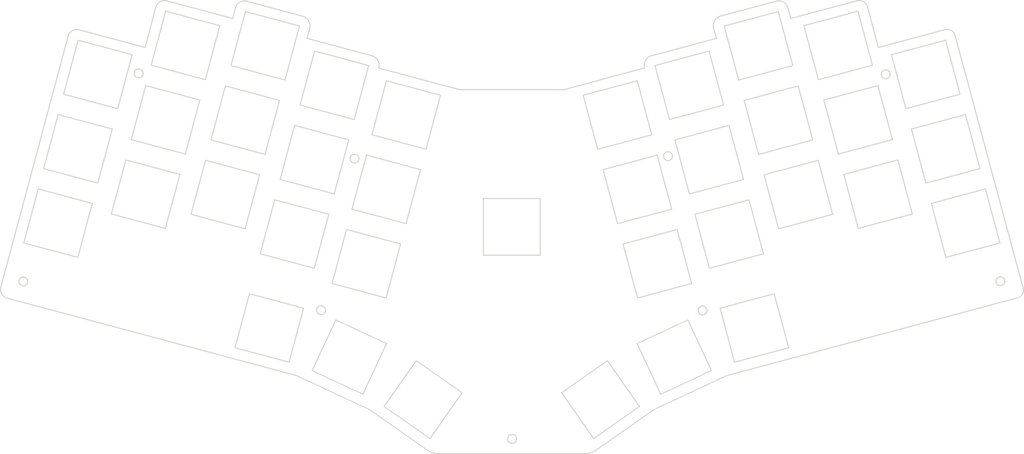
<source format=kicad_pcb>
(kicad_pcb (version 20171130) (host pcbnew "(5.1.10)-1")

  (general
    (thickness 1.6)
    (drawings 262)
    (tracks 0)
    (zones 0)
    (modules 0)
    (nets 1)
  )

  (page A4)
  (layers
    (0 F.Cu signal)
    (31 B.Cu signal)
    (32 B.Adhes user)
    (33 F.Adhes user)
    (34 B.Paste user)
    (35 F.Paste user)
    (36 B.SilkS user)
    (37 F.SilkS user)
    (38 B.Mask user)
    (39 F.Mask user)
    (40 Dwgs.User user)
    (41 Cmts.User user)
    (42 Eco1.User user)
    (43 Eco2.User user)
    (44 Edge.Cuts user)
    (45 Margin user)
    (46 B.CrtYd user)
    (47 F.CrtYd user)
    (48 B.Fab user)
    (49 F.Fab user)
  )

  (setup
    (last_trace_width 0.254)
    (trace_clearance 0.2)
    (zone_clearance 0.508)
    (zone_45_only no)
    (trace_min 0.2)
    (via_size 0.8)
    (via_drill 0.4)
    (via_min_size 0.4)
    (via_min_drill 0.3)
    (uvia_size 0.3)
    (uvia_drill 0.1)
    (uvias_allowed no)
    (uvia_min_size 0.2)
    (uvia_min_drill 0.1)
    (edge_width 0.05)
    (segment_width 0.2)
    (pcb_text_width 0.3)
    (pcb_text_size 1.5 1.5)
    (mod_edge_width 0.12)
    (mod_text_size 1 1)
    (mod_text_width 0.15)
    (pad_size 1.524 1.524)
    (pad_drill 0.762)
    (pad_to_mask_clearance 0)
    (aux_axis_origin 0 0)
    (visible_elements 7FFFFFFF)
    (pcbplotparams
      (layerselection 0x010fc_ffffffff)
      (usegerberextensions false)
      (usegerberattributes true)
      (usegerberadvancedattributes true)
      (creategerberjobfile true)
      (excludeedgelayer true)
      (linewidth 0.100000)
      (plotframeref false)
      (viasonmask false)
      (mode 1)
      (useauxorigin false)
      (hpglpennumber 1)
      (hpglpenspeed 20)
      (hpglpendiameter 15.000000)
      (psnegative false)
      (psa4output false)
      (plotreference true)
      (plotvalue true)
      (plotinvisibletext false)
      (padsonsilk false)
      (subtractmaskfromsilk false)
      (outputformat 1)
      (mirror false)
      (drillshape 0)
      (scaleselection 1)
      (outputdirectory "gerbers/"))
  )

  (net 0 "")

  (net_class Default "This is the default net class."
    (clearance 0.2)
    (trace_width 0.254)
    (via_dia 0.8)
    (via_drill 0.4)
    (uvia_dia 0.3)
    (uvia_drill 0.1)
  )

  (net_class Power ""
    (clearance 0.2)
    (trace_width 0.381)
    (via_dia 0.8)
    (via_drill 0.4)
    (uvia_dia 0.3)
    (uvia_drill 0.1)
  )

  (gr_line (start 97.60215 44.373502) (end 96.93174 46.7776) (layer Edge.Cuts) (width 0.25))
  (gr_line (start 62.409404 37.527019) (end 78.6285 41.87286) (layer Edge.Cuts) (width 0.25))
  (gr_line (start 35.044637 57.50656) (end 38.080382 46.180981) (layer Edge.Cuts) (width 0.25))
  (gr_curve (pts (xy 80.358345 37.859612) (xy 80.884409 37.552256) (xy 81.511538 37.468032) (xy 82.100055 37.625701)) (layer Edge.Cuts) (width 0.25))
  (gr_line (start 114.63808 54.11058) (end 134.505963 59.43188) (layer Edge.Cuts) (width 0.25))
  (gr_line (start 96.93174 46.7776) (end 112.917657 51.060369) (layer Edge.Cuts) (width 0.25))
  (gr_curve (pts (xy 112.917657 51.060369) (xy 113.554005 51.230853) (xy 114.094966 51.650264) (xy 114.418614 52.224072)) (layer Edge.Cuts) (width 0.25))
  (gr_line (start 40.721888 44.655995) (end 57.04104 49.02804) (layer Edge.Cuts) (width 0.25))
  (gr_curve (pts (xy 97.367189 42.477469) (xy 97.695473 43.052775) (xy 97.780074 43.735466) (xy 97.60215 44.373502)) (layer Edge.Cuts) (width 0.25))
  (gr_line (start 57.04104 49.02804) (end 59.652958 39.125647) (layer Edge.Cuts) (width 0.25))
  (gr_curve (pts (xy 79.299347 39.262036) (xy 79.450973 38.671933) (xy 79.832281 38.166969) (xy 80.358345 37.859612)) (layer Edge.Cuts) (width 0.25))
  (gr_line (start 78.6285 41.87286) (end 79.299347 39.262036) (layer Edge.Cuts) (width 0.25))
  (gr_curve (pts (xy 60.69918 37.753878) (xy 61.216423 37.453898) (xy 61.83184 37.372264) (xy 62.409404 37.527019)) (layer Edge.Cuts) (width 0.25))
  (gr_curve (pts (xy 95.854384 41.310608) (xy 96.494199 41.48202) (xy 97.038905 41.902164) (xy 97.367189 42.477469)) (layer Edge.Cuts) (width 0.25))
  (gr_curve (pts (xy 114.418614 52.224072) (xy 114.742261 52.797881) (xy 114.821359 53.477798) (xy 114.63808 54.11058)) (layer Edge.Cuts) (width 0.25))
  (gr_line (start 82.100055 37.625701) (end 95.854384 41.310608) (layer Edge.Cuts) (width 0.25))
  (gr_curve (pts (xy 59.652958 39.125647) (xy 59.805458 38.547484) (xy 60.181936 38.053859) (xy 60.69918 37.753878)) (layer Edge.Cuts) (width 0.25))
  (gr_curve (pts (xy 146.508372 145.202297) (xy 146.338225 145.613067) (xy 146.432274 146.085883) (xy 146.746664 146.400272)) (layer Edge.Cuts) (width 0.25))
  (gr_curve (pts (xy 254.221479 44.624424) (xy 255.301965 44.334907) (xy 256.412787 44.975172) (xy 256.703861 46.05524)) (layer Edge.Cuts) (width 0.25))
  (gr_line (start 235.149932 39.069674) (end 237.777277 49.03058) (layer Edge.Cuts) (width 0.25))
  (gr_line (start 194.454029 112.813575) (end 194.454029 112.813575) (layer Edge.Cuts) (width 0.25))
  (gr_curve (pts (xy 234.131755 37.734676) (xy 234.635134 38.026614) (xy 235.00152 38.507009) (xy 235.149932 39.069674)) (layer Edge.Cuts) (width 0.25))
  (gr_curve (pts (xy 240.381101 54.875592) (xy 240.174948 54.669438) (xy 239.895344 54.553623) (xy 239.603799 54.553623)) (layer Edge.Cuts) (width 0.25))
  (gr_curve (pts (xy 212.632471 37.599966) (xy 213.236385 37.43815) (xy 213.879901 37.523948) (xy 214.420323 37.838336)) (layer Edge.Cuts) (width 0.25))
  (gr_curve (pts (xy 240.70307 55.652894) (xy 240.70307 55.361349) (xy 240.587254 55.081745) (xy 240.381101 54.875592)) (layer Edge.Cuts) (width 0.25))
  (gr_curve (pts (xy 232.467374 37.513897) (xy 233.029457 37.36329) (xy 233.628376 37.442736) (xy 234.131755 37.734676)) (layer Edge.Cuts) (width 0.25))
  (gr_curve (pts (xy 180.149763 54.067398) (xy 179.974089 53.445165) (xy 180.055069 52.778485) (xy 180.374599 52.216403)) (layer Edge.Cuts) (width 0.25))
  (gr_line (start 239.603799 54.553623) (end 239.603799 54.553623) (layer Edge.Cuts) (width 0.25))
  (gr_curve (pts (xy 193.438435 113.492173) (xy 193.268289 113.902942) (xy 193.362338 114.375758) (xy 193.676727 114.690147)) (layer Edge.Cuts) (width 0.25))
  (gr_line (start 200.459605 129.998163) (end 182.542443 138.354763) (layer Edge.Cuts) (width 0.25))
  (gr_line (start 112.27588 138.352119) (end 94.35618 129.995519) (layer Edge.Cuts) (width 0.25))
  (gr_curve (pts (xy 148.301267 144.845668) (xy 148.095114 144.639515) (xy 147.81551 144.523699) (xy 147.523965 144.523699)) (layer Edge.Cuts) (width 0.25))
  (gr_line (start 180.149763 54.0674) (end 180.149763 54.067398) (layer Edge.Cuts) (width 0.25))
  (gr_curve (pts (xy 268.651042 105.945568) (xy 268.444889 105.739415) (xy 268.165284 105.623599) (xy 267.87374 105.623599)) (layer Edge.Cuts) (width 0.25))
  (gr_line (start 23.77466 99.596903) (end 35.044637 57.50656) (layer Edge.Cuts) (width 0.25))
  (gr_line (start 260.126739 58.75624) (end 270.78204 98.443743) (layer Edge.Cuts) (width 0.25))
  (gr_line (start 256.703861 46.05524) (end 260.126739 58.75624) (layer Edge.Cuts) (width 0.25))
  (gr_line (start 216.189825 41.8754) (end 232.467374 37.513897) (layer Edge.Cuts) (width 0.25))
  (gr_line (start 198.917287 41.274892) (end 212.632471 37.599966) (layer Edge.Cuts) (width 0.25))
  (gr_line (start 215.511259 39.274684) (end 216.189825 41.8754) (layer Edge.Cuts) (width 0.25))
  (gr_line (start 267.87374 105.623599) (end 267.87374 105.623599) (layer Edge.Cuts) (width 0.25))
  (gr_curve (pts (xy 147.944638 146.638564) (xy 148.355408 146.468418) (xy 148.623236 146.067584) (xy 148.623236 145.62297)) (layer Edge.Cuts) (width 0.25))
  (gr_curve (pts (xy 267.096437 107.500172) (xy 267.410826 107.814561) (xy 267.883643 107.90861) (xy 268.294413 107.738464)) (layer Edge.Cuts) (width 0.25))
  (gr_curve (pts (xy 272.143226 110.793713) (xy 262.937935 113.259804) (xy 222.047941 124.214534) (xy 200.459605 129.998163)) (layer Edge.Cuts) (width 0.25))
  (gr_line (start 21.466841 108.204335) (end 23.77466 99.596903) (layer Edge.Cuts) (width 0.25))
  (gr_line (start 126.658333 148.424283) (end 112.27588 138.352119) (layer Edge.Cuts) (width 0.25))
  (gr_line (start 182.542443 138.354763) (end 168.157518 148.427018) (layer Edge.Cuts) (width 0.25))
  (gr_line (start 181.850087 51.076373) (end 197.884043 46.78014) (layer Edge.Cuts) (width 0.25))
  (gr_line (start 134.505963 59.43188) (end 160.304743 59.43696) (layer Edge.Cuts) (width 0.25))
  (gr_curve (pts (xy 239.603799 54.553623) (xy 239.159186 54.553623) (xy 238.758351 54.821451) (xy 238.588205 55.232221)) (layer Edge.Cuts) (width 0.25))
  (gr_curve (pts (xy 38.080382 46.180981) (xy 38.388765 45.030485) (xy 39.571354 44.347756) (xy 40.721888 44.655995)) (layer Edge.Cuts) (width 0.25))
  (gr_line (start 94.35618 129.995519) (end 23.015975 110.887693) (layer Edge.Cuts) (width 0.25))
  (gr_curve (pts (xy 214.420323 37.838336) (xy 214.960746 38.152724) (xy 215.353415 38.66972) (xy 215.511259 39.274684)) (layer Edge.Cuts) (width 0.25))
  (gr_curve (pts (xy 21.685565 109.866909) (xy 21.395034 109.363662) (xy 21.316355 108.765601) (xy 21.466841 108.204335)) (layer Edge.Cuts) (width 0.25))
  (gr_line (start 165.446325 149.281741) (end 129.36946 149.2793) (layer Edge.Cuts) (width 0.25))
  (gr_line (start 237.777277 49.03058) (end 254.221479 44.624424) (layer Edge.Cuts) (width 0.25))
  (gr_line (start 160.304743 59.43696) (end 180.149763 54.0674) (layer Edge.Cuts) (width 0.25))
  (gr_curve (pts (xy 147.523965 144.523699) (xy 147.079352 144.523699) (xy 146.678518 144.791528) (xy 146.508372 145.202297)) (layer Edge.Cuts) (width 0.25))
  (gr_curve (pts (xy 238.826497 56.430195) (xy 239.140886 56.744585) (xy 239.613702 56.838634) (xy 240.024472 56.668487)) (layer Edge.Cuts) (width 0.25))
  (gr_curve (pts (xy 194.874702 114.928439) (xy 195.285471 114.758293) (xy 195.5533 114.357459) (xy 195.5533 113.912846)) (layer Edge.Cuts) (width 0.25))
  (gr_curve (pts (xy 197.418441 42.432572) (xy 197.743166 41.861792) (xy 198.282976 41.444853) (xy 198.917287 41.274892)) (layer Edge.Cuts) (width 0.25))
  (gr_curve (pts (xy 268.97301 106.72287) (xy 268.97301 106.431325) (xy 268.857195 106.151722) (xy 268.651042 105.945568)) (layer Edge.Cuts) (width 0.25))
  (gr_curve (pts (xy 240.024472 56.668487) (xy 240.435241 56.498341) (xy 240.70307 56.097507) (xy 240.70307 55.652894)) (layer Edge.Cuts) (width 0.25))
  (gr_curve (pts (xy 238.588205 55.232221) (xy 238.418059 55.64299) (xy 238.512108 56.115806) (xy 238.826497 56.430195)) (layer Edge.Cuts) (width 0.25))
  (gr_line (start 197.884043 46.78014) (end 197.189137 44.312514) (layer Edge.Cuts) (width 0.25))
  (gr_curve (pts (xy 268.294413 107.738464) (xy 268.705181 107.568318) (xy 268.97301 107.167484) (xy 268.97301 106.72287)) (layer Edge.Cuts) (width 0.25))
  (gr_curve (pts (xy 146.746664 146.400272) (xy 147.061053 146.714661) (xy 147.533869 146.80871) (xy 147.944638 146.638564)) (layer Edge.Cuts) (width 0.25))
  (gr_line (start 147.523965 144.523699) (end 147.523965 144.523699) (layer Edge.Cuts) (width 0.25))
  (gr_curve (pts (xy 180.374599 52.216403) (xy 180.694129 51.654321) (xy 181.22556 51.243712) (xy 181.850087 51.076373)) (layer Edge.Cuts) (width 0.25))
  (gr_curve (pts (xy 23.015975 110.887693) (xy 22.45467 110.737352) (xy 21.976095 110.370156) (xy 21.685565 109.866909)) (layer Edge.Cuts) (width 0.25))
  (gr_curve (pts (xy 129.36946 149.2793) (xy 128.399427 149.279235) (xy 127.4529 148.980725) (xy 126.658333 148.424283)) (layer Edge.Cuts) (width 0.25))
  (gr_curve (pts (xy 168.157518 148.427018) (xy 167.362912 148.983398) (xy 166.416354 149.281807) (xy 165.446325 149.281741)) (layer Edge.Cuts) (width 0.25))
  (gr_curve (pts (xy 266.858145 106.302197) (xy 266.688 106.712967) (xy 266.782049 107.185783) (xy 267.096437 107.500172)) (layer Edge.Cuts) (width 0.25))
  (gr_curve (pts (xy 267.87374 105.623599) (xy 267.429126 105.623599) (xy 267.028292 105.891428) (xy 266.858145 106.302197)) (layer Edge.Cuts) (width 0.25))
  (gr_curve (pts (xy 193.676727 114.690147) (xy 193.991116 115.004537) (xy 194.463932 115.098586) (xy 194.874702 114.928439)) (layer Edge.Cuts) (width 0.25))
  (gr_curve (pts (xy 195.5533 113.912846) (xy 195.5533 113.305735) (xy 195.06114 112.813575) (xy 194.454029 112.813575)) (layer Edge.Cuts) (width 0.25))
  (gr_line (start 185.933856 74.753709) (end 185.933856 74.753709) (layer Edge.Cuts) (width 0.25))
  (gr_curve (pts (xy 148.623236 145.62297) (xy 148.623236 145.331425) (xy 148.507421 145.051822) (xy 148.301267 144.845668)) (layer Edge.Cuts) (width 0.25))
  (gr_line (start 270.78204 98.443743) (end 273.502558 108.421096) (layer Edge.Cuts) (width 0.25))
  (gr_curve (pts (xy 197.189137 44.312514) (xy 197.011131 43.680414) (xy 197.093715 43.003352) (xy 197.418441 42.432572)) (layer Edge.Cuts) (width 0.25))
  (gr_curve (pts (xy 273.502558 108.421096) (xy 273.784422 109.454833) (xy 273.175812 110.517079) (xy 272.143226 110.793713)) (layer Edge.Cuts) (width 0.25))
  (gr_line (start 112.95152 70.57486) (end 116.52276 57.24494) (layer Edge.Cuts) (width 0.25))
  (gr_curve (pts (xy 99.636519 114.640112) (xy 99.950908 114.954501) (xy 100.423724 115.04855) (xy 100.834494 114.878404)) (layer Edge.Cuts) (width 0.25))
  (gr_curve (pts (xy 28.133259 106.782814) (xy 28.133259 106.491269) (xy 28.017443 106.211666) (xy 27.81129 106.005512)) (layer Edge.Cuts) (width 0.25))
  (gr_curve (pts (xy 27.033988 107.882085) (xy 27.641099 107.882085) (xy 28.133259 107.389925) (xy 28.133259 106.782814)) (layer Edge.Cuts) (width 0.25))
  (gr_curve (pts (xy 25.934717 106.782814) (xy 25.934717 107.389925) (xy 26.426877 107.882085) (xy 27.033988 107.882085)) (layer Edge.Cuts) (width 0.25))
  (gr_line (start 58.54218 53.407) (end 62.11342 40.07708) (layer Edge.Cuts) (width 0.25))
  (gr_curve (pts (xy 109.094574 77.478428) (xy 109.505343 77.308282) (xy 109.773172 76.907448) (xy 109.773172 76.462834)) (layer Edge.Cuts) (width 0.25))
  (gr_line (start 95.09024 43.73722) (end 91.51646 57.06714) (layer Edge.Cuts) (width 0.25))
  (gr_line (start 244.5921 64.1385) (end 257.922019 60.56726) (layer Edge.Cuts) (width 0.25))
  (gr_curve (pts (xy 100.413821 112.763539) (xy 99.969207 112.763539) (xy 99.568373 113.031368) (xy 99.398227 113.442137)) (layer Edge.Cuts) (width 0.25))
  (gr_curve (pts (xy 107.658307 76.042161) (xy 107.488161 76.452931) (xy 107.58221 76.925747) (xy 107.896599 77.240136)) (layer Edge.Cuts) (width 0.25))
  (gr_line (start 55.453794 54.333607) (end 55.453794 54.333607) (layer Edge.Cuts) (width 0.25))
  (gr_curve (pts (xy 56.231096 54.655575) (xy 56.024943 54.449423) (xy 55.745339 54.333607) (xy 55.453794 54.333607)) (layer Edge.Cuts) (width 0.25))
  (gr_curve (pts (xy 27.81129 106.005512) (xy 27.605137 105.799359) (xy 27.325533 105.683543) (xy 27.033988 105.683543)) (layer Edge.Cuts) (width 0.25))
  (gr_line (start 213.11642 40.16852) (end 199.7865 43.73976) (layer Edge.Cuts) (width 0.25))
  (gr_curve (pts (xy 54.4382 55.012205) (xy 54.268054 55.422975) (xy 54.362103 55.895791) (xy 54.676492 56.21018)) (layer Edge.Cuts) (width 0.25))
  (gr_curve (pts (xy 107.896599 77.240136) (xy 108.210988 77.554525) (xy 108.683804 77.648574) (xy 109.094574 77.478428)) (layer Edge.Cuts) (width 0.25))
  (gr_line (start 36.95218 60.56472) (end 50.2821 64.13596) (layer Edge.Cuts) (width 0.25))
  (gr_line (start 178.35144 57.24748) (end 181.92268 70.5774) (layer Edge.Cuts) (width 0.25))
  (gr_line (start 75.44334 43.65086) (end 62.11342 40.07708) (layer Edge.Cuts) (width 0.25))
  (gr_curve (pts (xy 108.673901 75.363563) (xy 108.229287 75.363563) (xy 107.828453 75.631392) (xy 107.658307 76.042161)) (layer Edge.Cuts) (width 0.25))
  (gr_line (start 58.54218 53.407) (end 71.8721 56.98078) (layer Edge.Cuts) (width 0.25))
  (gr_line (start 75.44334 43.65086) (end 71.8721 56.98078) (layer Edge.Cuts) (width 0.25))
  (gr_line (start 78.18908 53.4959) (end 81.76032 40.16598) (layer Edge.Cuts) (width 0.25))
  (gr_line (start 168.59276 74.14864) (end 165.02152 60.81872) (layer Edge.Cuts) (width 0.25))
  (gr_line (start 223.00464 56.98078) (end 219.4334 43.65086) (layer Edge.Cuts) (width 0.25))
  (gr_line (start 244.5921 64.1385) (end 241.02086 50.80858) (layer Edge.Cuts) (width 0.25))
  (gr_curve (pts (xy 194.454029 112.813575) (xy 194.009416 112.813575) (xy 193.608581 113.081403) (xy 193.438435 113.492173)) (layer Edge.Cuts) (width 0.25))
  (gr_line (start 203.35774 57.06968) (end 216.68766 53.49844) (layer Edge.Cuts) (width 0.25))
  (gr_line (start 100.413821 112.763539) (end 100.413821 112.763539) (layer Edge.Cuts) (width 0.25))
  (gr_curve (pts (xy 56.553065 55.432878) (xy 56.553065 55.141333) (xy 56.437249 54.86173) (xy 56.231096 54.655575)) (layer Edge.Cuts) (width 0.25))
  (gr_line (start 168.59276 74.14864) (end 181.92268 70.5774) (layer Edge.Cuts) (width 0.25))
  (gr_line (start 203.35774 57.06968) (end 199.7865 43.73976) (layer Edge.Cuts) (width 0.25))
  (gr_curve (pts (xy 187.033126 75.85298) (xy 187.033126 75.24587) (xy 186.540966 74.753709) (xy 185.933856 74.753709)) (layer Edge.Cuts) (width 0.25))
  (gr_curve (pts (xy 186.354528 76.868574) (xy 186.765298 76.698428) (xy 187.033126 76.297594) (xy 187.033126 75.85298)) (layer Edge.Cuts) (width 0.25))
  (gr_curve (pts (xy 185.156554 76.630282) (xy 185.470943 76.944671) (xy 185.943759 77.03872) (xy 186.354528 76.868574)) (layer Edge.Cuts) (width 0.25))
  (gr_curve (pts (xy 55.453794 54.333607) (xy 55.00918 54.333607) (xy 54.608346 54.601435) (xy 54.4382 55.012205)) (layer Edge.Cuts) (width 0.25))
  (gr_curve (pts (xy 109.451203 75.685532) (xy 109.24505 75.479379) (xy 108.965446 75.363563) (xy 108.673901 75.363563)) (layer Edge.Cuts) (width 0.25))
  (gr_curve (pts (xy 109.773172 76.462834) (xy 109.773172 76.171289) (xy 109.657356 75.891686) (xy 109.451203 75.685532)) (layer Edge.Cuts) (width 0.25))
  (gr_line (start 36.95218 60.56472) (end 40.52596 47.2348) (layer Edge.Cuts) (width 0.25))
  (gr_curve (pts (xy 184.918262 75.432307) (xy 184.748116 75.843077) (xy 184.842164 76.315893) (xy 185.156554 76.630282)) (layer Edge.Cuts) (width 0.25))
  (gr_curve (pts (xy 185.933856 74.753709) (xy 185.489242 74.753709) (xy 185.088408 75.021538) (xy 184.918262 75.432307)) (layer Edge.Cuts) (width 0.25))
  (gr_curve (pts (xy 101.191123 113.085508) (xy 100.98497 112.879355) (xy 100.705366 112.763539) (xy 100.413821 112.763539)) (layer Edge.Cuts) (width 0.25))
  (gr_curve (pts (xy 100.834494 114.878404) (xy 101.245263 114.708258) (xy 101.513092 114.307424) (xy 101.513092 113.86281)) (layer Edge.Cuts) (width 0.25))
  (gr_line (start 129.852679 60.81618) (end 116.52276 57.24494) (layer Edge.Cuts) (width 0.25))
  (gr_curve (pts (xy 27.033988 105.683543) (xy 26.426877 105.683543) (xy 25.934717 106.175704) (xy 25.934717 106.782814)) (layer Edge.Cuts) (width 0.25))
  (gr_line (start 108.673901 75.363563) (end 108.673901 75.363563) (layer Edge.Cuts) (width 0.25))
  (gr_line (start 223.00464 56.98078) (end 236.33456 53.40954) (layer Edge.Cuts) (width 0.25))
  (gr_curve (pts (xy 99.398227 113.442137) (xy 99.228081 113.852907) (xy 99.32213 114.325723) (xy 99.636519 114.640112)) (layer Edge.Cuts) (width 0.25))
  (gr_line (start 254.35078 47.23734) (end 241.02086 50.80858) (layer Edge.Cuts) (width 0.25))
  (gr_line (start 53.85588 50.80604) (end 50.2821 64.13596) (layer Edge.Cuts) (width 0.25))
  (gr_curve (pts (xy 55.874467 56.448472) (xy 56.285236 56.278326) (xy 56.553065 55.877492) (xy 56.553065 55.432878)) (layer Edge.Cuts) (width 0.25))
  (gr_curve (pts (xy 54.676492 56.21018) (xy 54.990881 56.524569) (xy 55.463697 56.618618) (xy 55.874467 56.448472)) (layer Edge.Cuts) (width 0.25))
  (gr_line (start 53.85588 50.80604) (end 40.52596 47.2348) (layer Edge.Cuts) (width 0.25))
  (gr_line (start 178.35144 57.24748) (end 165.02152 60.81872) (layer Edge.Cuts) (width 0.25))
  (gr_line (start 95.09024 43.73722) (end 81.76032 40.16598) (layer Edge.Cuts) (width 0.25))
  (gr_line (start 129.852679 60.81618) (end 126.28144 74.1461) (layer Edge.Cuts) (width 0.25))
  (gr_line (start 232.76332 40.07962) (end 236.33456 53.40954) (layer Edge.Cuts) (width 0.25))
  (gr_line (start 232.76332 40.07962) (end 219.4334 43.65086) (layer Edge.Cuts) (width 0.25))
  (gr_line (start 78.18908 53.4959) (end 91.51646 57.06714) (layer Edge.Cuts) (width 0.25))
  (gr_line (start 213.11642 40.16852) (end 216.68766 53.49844) (layer Edge.Cuts) (width 0.25))
  (gr_line (start 27.033988 105.683543) (end 27.033988 105.683543) (layer Edge.Cuts) (width 0.25))
  (gr_curve (pts (xy 101.513092 113.86281) (xy 101.513092 113.571265) (xy 101.397276 113.291662) (xy 101.191123 113.085508)) (layer Edge.Cuts) (width 0.25))
  (gr_line (start 112.95152 70.57486) (end 126.28144 74.1461) (layer Edge.Cuts) (width 0.25))
  (gr_line (start 178.43018 110.85418) (end 191.75756 107.28294) (layer Edge.Cuts) (width 0.25))
  (gr_line (start 227.92208 75.33482) (end 224.35084 62.0049) (layer Edge.Cuts) (width 0.25))
  (gr_line (start 65.60846 80.35386) (end 62.03468 93.68378) (layer Edge.Cuts) (width 0.25))
  (gr_line (start 213.19262 93.77522) (end 209.62138 80.4453) (layer Edge.Cuts) (width 0.25))
  (gr_line (start 32.03474 78.91622) (end 35.60852 65.5863) (layer Edge.Cuts) (width 0.25))
  (gr_line (start 70.5259 62.00236) (end 66.95466 75.33228) (layer Edge.Cuts) (width 0.25))
  (gr_line (start 108.03408 88.9289) (end 121.364 92.50014) (layer Edge.Cuts) (width 0.25))
  (gr_line (start 65.60846 80.35386) (end 52.27854 76.78262) (layer Edge.Cuts) (width 0.25))
  (gr_line (start 68.351659 90.20144) (end 81.68158 93.77268) (layer Edge.Cuts) (width 0.25))
  (gr_line (start 108.03408 88.9289) (end 111.60532 75.59898) (layer Edge.Cuts) (width 0.25))
  (gr_line (start 173.5102 92.50268) (end 169.93896 79.17276) (layer Edge.Cuts) (width 0.25))
  (gr_line (start 68.351659 90.20144) (end 71.92544 76.87152) (layer Edge.Cuts) (width 0.25))
  (gr_line (start 208.27518 75.42118) (end 221.6051 71.84994) (layer Edge.Cuts) (width 0.25))
  (gr_line (start 27.1173 97.27026) (end 40.44722 100.8415) (layer Edge.Cuts) (width 0.25))
  (gr_line (start 183.26888 75.60152) (end 186.84012 88.93144) (layer Edge.Cuts) (width 0.25))
  (gr_line (start 44.021 87.51158) (end 30.69108 83.94034) (layer Edge.Cuts) (width 0.25))
  (gr_line (start 103.11664 107.2804) (end 116.44656 110.85164) (layer Edge.Cuts) (width 0.25))
  (gr_line (start 53.62474 71.76104) (end 57.19598 58.43112) (layer Edge.Cuts) (width 0.25))
  (gr_line (start 191.21654 85.1697) (end 204.54646 81.59846) (layer Edge.Cuts) (width 0.25))
  (gr_line (start 200.97522 68.26854) (end 204.54646 81.59846) (layer Edge.Cuts) (width 0.25))
  (gr_line (start 218.03386 58.52002) (end 221.6051 71.84994) (layer Edge.Cuts) (width 0.25))
  (gr_line (start 249.50954 82.49) (end 262.839459 78.91876) (layer Edge.Cuts) (width 0.25))
  (gr_line (start 48.7073 90.11254) (end 62.03468 93.68378) (layer Edge.Cuts) (width 0.25))
  (gr_line (start 205.89266 86.62004) (end 192.56274 90.19128) (layer Edge.Cuts) (width 0.25))
  (gr_line (start 48.7073 90.11254) (end 52.27854 76.78262) (layer Edge.Cuts) (width 0.25))
  (gr_line (start 188.18632 93.95302) (end 174.8564 97.52426) (layer Edge.Cuts) (width 0.25))
  (gr_line (start 205.89266 86.62004) (end 209.4639 99.94996) (layer Edge.Cuts) (width 0.25))
  (gr_line (start 120.0178 97.52172) (end 106.68788 93.95048) (layer Edge.Cuts) (width 0.25))
  (gr_line (start 103.11664 107.2804) (end 106.68788 93.95048) (layer Edge.Cuts) (width 0.25))
  (gr_line (start 227.92208 75.33482) (end 241.252 71.76358) (layer Edge.Cuts) (width 0.25))
  (gr_line (start 218.03386 58.52002) (end 204.70394 62.0938) (layer Edge.Cuts) (width 0.25))
  (gr_line (start 188.18632 93.95302) (end 191.75756 107.28294) (layer Edge.Cuts) (width 0.25))
  (gr_line (start 124.93524 79.17022) (end 121.364 92.50014) (layer Edge.Cuts) (width 0.25))
  (gr_line (start 237.68076 58.43366) (end 241.252 71.76358) (layer Edge.Cuts) (width 0.25))
  (gr_line (start 259.268219 65.58884) (end 245.9383 69.16008) (layer Edge.Cuts) (width 0.25))
  (gr_line (start 85.25536 80.44276) (end 71.92544 76.87152) (layer Edge.Cuts) (width 0.25))
  (gr_line (start 254.35078 47.23734) (end 257.922019 60.56726) (layer Edge.Cuts) (width 0.25))
  (gr_line (start 48.93844 69.16008) (end 35.60852 65.5863) (layer Edge.Cuts) (width 0.25))
  (gr_line (start 27.1173 97.27026) (end 30.69108 83.94034) (layer Edge.Cuts) (width 0.25))
  (gr_line (start 85.25536 80.44276) (end 81.68158 93.77268) (layer Edge.Cuts) (width 0.25))
  (gr_line (start 90.1728 62.09126) (end 86.59902 75.42118) (layer Edge.Cuts) (width 0.25))
  (gr_line (start 124.93524 79.17022) (end 111.60532 75.59898) (layer Edge.Cuts) (width 0.25))
  (gr_line (start 191.21654 85.1697) (end 187.6453 71.83978) (layer Edge.Cuts) (width 0.25))
  (gr_line (start 178.43018 110.85418) (end 174.8564 97.52426) (layer Edge.Cuts) (width 0.25))
  (gr_line (start 237.68076 58.43366) (end 224.35084 62.0049) (layer Edge.Cuts) (width 0.25))
  (gr_line (start 32.03474 78.91622) (end 45.36466 82.48746) (layer Edge.Cuts) (width 0.25))
  (gr_line (start 53.62474 71.76104) (end 66.95466 75.33228) (layer Edge.Cuts) (width 0.25))
  (gr_line (start 70.5259 62.00236) (end 57.19598 58.43112) (layer Edge.Cuts) (width 0.25))
  (gr_line (start 200.97522 68.26854) (end 187.6453 71.83978) (layer Edge.Cuts) (width 0.25))
  (gr_line (start 73.2691 71.8474) (end 86.59902 75.42118) (layer Edge.Cuts) (width 0.25))
  (gr_line (start 48.93844 69.16008) (end 45.36466 82.48746) (layer Edge.Cuts) (width 0.25))
  (gr_line (start 196.13398 103.5212) (end 192.56274 90.19128) (layer Edge.Cuts) (width 0.25))
  (gr_line (start 90.1728 62.09126) (end 76.84288 58.51748) (layer Edge.Cuts) (width 0.25))
  (gr_line (start 249.50954 82.49) (end 245.9383 69.16008) (layer Edge.Cuts) (width 0.25))
  (gr_line (start 73.2691 71.8474) (end 76.84288 58.51748) (layer Edge.Cuts) (width 0.25))
  (gr_line (start 183.26888 75.60152) (end 169.93896 79.17276) (layer Edge.Cuts) (width 0.25))
  (gr_line (start 222.9513 76.87406) (end 209.62138 80.4453) (layer Edge.Cuts) (width 0.25))
  (gr_line (start 120.0178 97.52172) (end 116.44656 110.85164) (layer Edge.Cuts) (width 0.25))
  (gr_line (start 208.27518 75.42118) (end 204.70394 62.0938) (layer Edge.Cuts) (width 0.25))
  (gr_line (start 213.19262 93.77522) (end 226.52254 90.20398) (layer Edge.Cuts) (width 0.25))
  (gr_line (start 196.13398 103.5212) (end 209.4639 99.94996) (layer Edge.Cuts) (width 0.25))
  (gr_line (start 173.5102 92.50268) (end 186.84012 88.93144) (layer Edge.Cuts) (width 0.25))
  (gr_line (start 259.268219 65.58884) (end 262.839459 78.91876) (layer Edge.Cuts) (width 0.25))
  (gr_line (start 44.021 87.51158) (end 40.44722 100.8415) (layer Edge.Cuts) (width 0.25))
  (gr_line (start 167.60978 145.5455) (end 159.69514 134.2425) (layer Edge.Cuts) (width 0.25))
  (gr_line (start 184.15534 134.60572) (end 178.32096 122.09876) (layer Edge.Cuts) (width 0.25))
  (gr_line (start 202.34682 126.70378) (end 215.67674 123.13254) (layer Edge.Cuts) (width 0.25))
  (gr_line (start 116.55324 122.09622) (end 110.7214 134.60318) (layer Edge.Cuts) (width 0.25))
  (gr_line (start 102.314 90.19128) (end 98.74022 103.51866) (layer Edge.Cuts) (width 0.25))
  (gr_line (start 140.43432 100.29032) (end 140.43432 86.28984) (layer Edge.Cuts) (width 0.25))
  (gr_line (start 116.55324 122.09622) (end 104.04628 116.26438) (layer Edge.Cuts) (width 0.25))
  (gr_line (start 112.14888 53.48574) (end 98.81896 49.91196) (layer Edge.Cuts) (width 0.25))
  (gr_line (start 167.60978 145.5455) (end 178.91532 137.63086) (layer Edge.Cuts) (width 0.25))
  (gr_line (start 107.23144 71.83724) (end 103.65766 85.16716) (layer Edge.Cuts) (width 0.25))
  (gr_line (start 96.10116 113.37132) (end 92.52992 126.70124) (layer Edge.Cuts) (width 0.25))
  (gr_line (start 135.179059 134.23996) (end 123.87606 126.32278) (layer Edge.Cuts) (width 0.25))
  (gr_line (start 135.179059 134.23996) (end 127.26442 145.54296) (layer Edge.Cuts) (width 0.25))
  (gr_line (start 184.15534 134.60572) (end 196.6623 128.77388) (layer Edge.Cuts) (width 0.25))
  (gr_line (start 171.00068 126.32532) (end 159.69514 134.2425) (layer Edge.Cuts) (width 0.25))
  (gr_line (start 98.21444 128.77134) (end 110.7214 134.60318) (layer Edge.Cuts) (width 0.25))
  (gr_line (start 212.1055 109.80262) (end 198.77558 113.37386) (layer Edge.Cuts) (width 0.25))
  (gr_line (start 202.34682 126.70378) (end 198.77558 113.37386) (layer Edge.Cuts) (width 0.25))
  (gr_line (start 85.4103 99.94742) (end 88.98408 86.6175) (layer Edge.Cuts) (width 0.25))
  (gr_line (start 212.1055 109.80262) (end 215.67674 123.13254) (layer Edge.Cuts) (width 0.25))
  (gr_line (start 242.5982 76.78516) (end 246.16944 90.11508) (layer Edge.Cuts) (width 0.25))
  (gr_line (start 95.24518 63.24188) (end 108.5751 66.81566) (layer Edge.Cuts) (width 0.25))
  (gr_line (start 254.42698 100.84404) (end 250.85574 87.51412) (layer Edge.Cuts) (width 0.25))
  (gr_line (start 107.23144 71.83724) (end 93.90152 68.266) (layer Edge.Cuts) (width 0.25))
  (gr_line (start 85.4103 99.94742) (end 98.74022 103.51866) (layer Edge.Cuts) (width 0.25))
  (gr_line (start 154.4348 100.29032) (end 154.4348 86.28984) (layer Edge.Cuts) (width 0.25))
  (gr_line (start 190.82792 116.26692) (end 196.6623 128.77388) (layer Edge.Cuts) (width 0.25))
  (gr_line (start 95.24518 63.24188) (end 98.81896 49.91196) (layer Edge.Cuts) (width 0.25))
  (gr_line (start 112.14888 53.48574) (end 108.5751 66.81566) (layer Edge.Cuts) (width 0.25))
  (gr_line (start 171.00068 126.32532) (end 178.91532 137.63086) (layer Edge.Cuts) (width 0.25))
  (gr_line (start 190.82792 116.26692) (end 178.32096 122.09876) (layer Edge.Cuts) (width 0.25))
  (gr_line (start 98.21444 128.77134) (end 104.04628 116.26438) (layer Edge.Cuts) (width 0.25))
  (gr_line (start 90.32774 81.59592) (end 93.90152 68.266) (layer Edge.Cuts) (width 0.25))
  (gr_line (start 196.05778 49.9145) (end 199.62902 63.24442) (layer Edge.Cuts) (width 0.25))
  (gr_line (start 102.314 90.19128) (end 88.98408 86.6175) (layer Edge.Cuts) (width 0.25))
  (gr_line (start 196.05778 49.9145) (end 182.72786 53.48828) (layer Edge.Cuts) (width 0.25))
  (gr_line (start 186.2991 66.81566) (end 199.62902 63.24442) (layer Edge.Cuts) (width 0.25))
  (gr_line (start 154.4348 86.28984) (end 140.43432 86.28984) (layer Edge.Cuts) (width 0.25))
  (gr_line (start 222.9513 76.87406) (end 226.52254 90.20398) (layer Edge.Cuts) (width 0.25))
  (gr_line (start 242.5982 76.78516) (end 229.26828 80.3564) (layer Edge.Cuts) (width 0.25))
  (gr_line (start 79.2 123.13) (end 92.52992 126.70124) (layer Edge.Cuts) (width 0.25))
  (gr_line (start 186.2991 66.81566) (end 182.72786 53.48828) (layer Edge.Cuts) (width 0.25))
  (gr_line (start 232.83952 93.68632) (end 246.16944 90.11508) (layer Edge.Cuts) (width 0.25))
  (gr_line (start 232.83952 93.68632) (end 229.26828 80.3564) (layer Edge.Cuts) (width 0.25))
  (gr_line (start 264.185659 83.94288) (end 250.85574 87.51412) (layer Edge.Cuts) (width 0.25))
  (gr_line (start 254.42698 100.84404) (end 267.7569 97.2728) (layer Edge.Cuts) (width 0.25))
  (gr_line (start 154.4348 100.29032) (end 140.43432 100.29032) (layer Edge.Cuts) (width 0.25))
  (gr_line (start 115.96142 137.62832) (end 123.87606 126.32278) (layer Edge.Cuts) (width 0.25))
  (gr_line (start 90.32774 81.59592) (end 103.65766 85.16716) (layer Edge.Cuts) (width 0.25))
  (gr_line (start 264.185659 83.94288) (end 267.7569 97.2728) (layer Edge.Cuts) (width 0.25))
  (gr_line (start 115.96142 137.62832) (end 127.26442 145.54296) (layer Edge.Cuts) (width 0.25))
  (gr_line (start 96.10116 113.37132) (end 82.77124 109.80008) (layer Edge.Cuts) (width 0.25))
  (gr_line (start 79.2 123.13) (end 82.77124 109.80008) (layer Edge.Cuts) (width 0.25))

)

</source>
